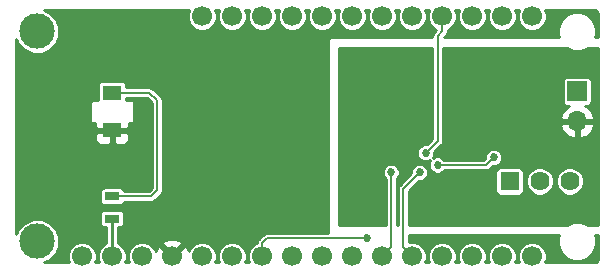
<source format=gbl>
G04 #@! TF.GenerationSoftware,KiCad,Pcbnew,(5.0.0-rc2-dev-444-g2974a2c10)*
G04 #@! TF.CreationDate,2019-07-21T13:12:54-07:00*
G04 #@! TF.ProjectId,Waveform_Generator,57617665666F726D5F47656E65726174,v01*
G04 #@! TF.SameCoordinates,Original*
G04 #@! TF.FileFunction,Copper,L2,Bot,Signal*
G04 #@! TF.FilePolarity,Positive*
%FSLAX46Y46*%
G04 Gerber Fmt 4.6, Leading zero omitted, Abs format (unit mm)*
G04 Created by KiCad (PCBNEW (5.0.0-rc2-dev-444-g2974a2c10)) date 07/21/19 13:12:54*
%MOMM*%
%LPD*%
G01*
G04 APERTURE LIST*
%ADD10R,1.600000X1.200000*%
%ADD11O,1.700000X1.700000*%
%ADD12R,1.700000X1.700000*%
%ADD13C,1.620000*%
%ADD14R,1.620000X1.620000*%
%ADD15C,1.700000*%
%ADD16C,3.000000*%
%ADD17R,1.300000X0.700000*%
%ADD18C,0.685800*%
%ADD19C,0.254000*%
%ADD20C,0.152400*%
G04 APERTURE END LIST*
D10*
X104140000Y-102975000D03*
X104140000Y-106175000D03*
D11*
X143510000Y-105410000D03*
D12*
X143510000Y-102870000D03*
D13*
X142875000Y-110490000D03*
X140335000Y-110490000D03*
D14*
X137795000Y-110490000D03*
D15*
X101600000Y-116840000D03*
X104140000Y-116840000D03*
X106680000Y-116840000D03*
X109220000Y-116840000D03*
X111760000Y-116840000D03*
X114300000Y-116840000D03*
X116840000Y-116840000D03*
X119380000Y-116840000D03*
X121920000Y-116840000D03*
X124460000Y-116840000D03*
X127000000Y-116840000D03*
X129540000Y-116840000D03*
X132080000Y-116840000D03*
X134620000Y-116840000D03*
X137160000Y-116840000D03*
X139700000Y-116840000D03*
X111760000Y-96520000D03*
X114300000Y-96520000D03*
X116840000Y-96520000D03*
X119380000Y-96520000D03*
X121920000Y-96520000D03*
X124460000Y-96520000D03*
X127000000Y-96520000D03*
X129540000Y-96520000D03*
X132080000Y-96520000D03*
X134620000Y-96520000D03*
X137160000Y-96520000D03*
X139700000Y-96520000D03*
D16*
X97790000Y-115570000D03*
X97790000Y-97790000D03*
D17*
X104140000Y-111740000D03*
X104140000Y-113640000D03*
D18*
X131699000Y-109093000D03*
X136445000Y-108458000D03*
X127762000Y-109728000D03*
X130175000Y-109719400D03*
X130683000Y-108072600D03*
X115570000Y-105537000D03*
X120904000Y-98933000D03*
X100330000Y-98933000D03*
X100330000Y-114808000D03*
X115697000Y-114808000D03*
X141605000Y-96520000D03*
X141605000Y-116840000D03*
X128905000Y-99695000D03*
X125603000Y-104902000D03*
X125095000Y-109728000D03*
X125222000Y-112268000D03*
X140335000Y-99695000D03*
X143510000Y-113284000D03*
X133858000Y-107696000D03*
X125730000Y-115316000D03*
D19*
X104140000Y-115637919D02*
X104140000Y-113640000D01*
X104140000Y-116840000D02*
X104140000Y-115637919D01*
D20*
X104942400Y-111740000D02*
X104962400Y-111760000D01*
X104140000Y-111740000D02*
X104942400Y-111740000D01*
X104962400Y-111760000D02*
X107442000Y-111760000D01*
X107442000Y-111760000D02*
X107950000Y-111252000D01*
X107950000Y-111252000D02*
X107950000Y-103632000D01*
X107293000Y-102975000D02*
X104140000Y-102975000D01*
X107950000Y-103632000D02*
X107293000Y-102975000D01*
X127762000Y-116078000D02*
X127000000Y-116840000D01*
X127762000Y-109728000D02*
X127762000Y-116078000D01*
X128778000Y-111116400D02*
X130175000Y-109719400D01*
X129540000Y-116840000D02*
X128778000Y-116078000D01*
X128778000Y-116078000D02*
X128778000Y-111116400D01*
X130683000Y-108072600D02*
X131699000Y-107056600D01*
X131699000Y-107056600D02*
X131699000Y-98171000D01*
X132080000Y-97790000D02*
X132080000Y-96520000D01*
X131699000Y-98171000D02*
X132080000Y-97790000D01*
X135810000Y-109093000D02*
X136445000Y-108458000D01*
X131699000Y-109093000D02*
X135810000Y-109093000D01*
X116840000Y-115697000D02*
X116840000Y-116840000D01*
X117221000Y-115316000D02*
X116840000Y-115697000D01*
X125730000Y-115316000D02*
X117221000Y-115316000D01*
D19*
G36*
X131241800Y-106867221D02*
X130760322Y-107348700D01*
X130539007Y-107348700D01*
X130272944Y-107458907D01*
X130069307Y-107662544D01*
X129959100Y-107928607D01*
X129959100Y-108216593D01*
X130069307Y-108482656D01*
X130272944Y-108686293D01*
X130539007Y-108796500D01*
X130826993Y-108796500D01*
X131082028Y-108690861D01*
X130975100Y-108949007D01*
X130975100Y-109236993D01*
X131085307Y-109503056D01*
X131288944Y-109706693D01*
X131555007Y-109816900D01*
X131842993Y-109816900D01*
X132109056Y-109706693D01*
X132135749Y-109680000D01*
X136596536Y-109680000D01*
X136596536Y-111300000D01*
X136626106Y-111448659D01*
X136710314Y-111574686D01*
X136836341Y-111658894D01*
X136985000Y-111688464D01*
X138605000Y-111688464D01*
X138753659Y-111658894D01*
X138879686Y-111574686D01*
X138963894Y-111448659D01*
X138993464Y-111300000D01*
X138993464Y-110253095D01*
X139144000Y-110253095D01*
X139144000Y-110726905D01*
X139325319Y-111164647D01*
X139660353Y-111499681D01*
X140098095Y-111681000D01*
X140571905Y-111681000D01*
X141009647Y-111499681D01*
X141344681Y-111164647D01*
X141526000Y-110726905D01*
X141526000Y-110253095D01*
X141684000Y-110253095D01*
X141684000Y-110726905D01*
X141865319Y-111164647D01*
X142200353Y-111499681D01*
X142638095Y-111681000D01*
X143111905Y-111681000D01*
X143549647Y-111499681D01*
X143884681Y-111164647D01*
X144066000Y-110726905D01*
X144066000Y-110253095D01*
X143884681Y-109815353D01*
X143549647Y-109480319D01*
X143111905Y-109299000D01*
X142638095Y-109299000D01*
X142200353Y-109480319D01*
X141865319Y-109815353D01*
X141684000Y-110253095D01*
X141526000Y-110253095D01*
X141344681Y-109815353D01*
X141009647Y-109480319D01*
X140571905Y-109299000D01*
X140098095Y-109299000D01*
X139660353Y-109480319D01*
X139325319Y-109815353D01*
X139144000Y-110253095D01*
X138993464Y-110253095D01*
X138993464Y-109680000D01*
X138963894Y-109531341D01*
X138879686Y-109405314D01*
X138753659Y-109321106D01*
X138605000Y-109291536D01*
X136985000Y-109291536D01*
X136836341Y-109321106D01*
X136710314Y-109405314D01*
X136626106Y-109531341D01*
X136596536Y-109680000D01*
X132135749Y-109680000D01*
X132265549Y-109550200D01*
X135764970Y-109550200D01*
X135810000Y-109559157D01*
X135855030Y-109550200D01*
X135988391Y-109523673D01*
X136139623Y-109422623D01*
X136165132Y-109384446D01*
X136367678Y-109181900D01*
X136588993Y-109181900D01*
X136855056Y-109071693D01*
X137058693Y-108868056D01*
X137168900Y-108601993D01*
X137168900Y-108314007D01*
X137058693Y-108047944D01*
X136855056Y-107844307D01*
X136588993Y-107734100D01*
X136301007Y-107734100D01*
X136034944Y-107844307D01*
X135831307Y-108047944D01*
X135721100Y-108314007D01*
X135721100Y-108535322D01*
X135620622Y-108635800D01*
X132265549Y-108635800D01*
X132109056Y-108479307D01*
X131842993Y-108369100D01*
X131555007Y-108369100D01*
X131299972Y-108474739D01*
X131406900Y-108216593D01*
X131406900Y-107995278D01*
X131990449Y-107411730D01*
X132028623Y-107386223D01*
X132129673Y-107234991D01*
X132156200Y-107101630D01*
X132156200Y-107101629D01*
X132165157Y-107056600D01*
X132156200Y-107011570D01*
X132156200Y-105766890D01*
X142068524Y-105766890D01*
X142238355Y-106176924D01*
X142628642Y-106605183D01*
X143153108Y-106851486D01*
X143383000Y-106730819D01*
X143383000Y-105537000D01*
X143637000Y-105537000D01*
X143637000Y-106730819D01*
X143866892Y-106851486D01*
X144391358Y-106605183D01*
X144781645Y-106176924D01*
X144951476Y-105766890D01*
X144830155Y-105537000D01*
X143637000Y-105537000D01*
X143383000Y-105537000D01*
X142189845Y-105537000D01*
X142068524Y-105766890D01*
X132156200Y-105766890D01*
X132156200Y-105053110D01*
X142068524Y-105053110D01*
X142189845Y-105283000D01*
X143383000Y-105283000D01*
X143383000Y-105263000D01*
X143637000Y-105263000D01*
X143637000Y-105283000D01*
X144830155Y-105283000D01*
X144951476Y-105053110D01*
X144781645Y-104643076D01*
X144391358Y-104214817D01*
X144164895Y-104108464D01*
X144360000Y-104108464D01*
X144508659Y-104078894D01*
X144634686Y-103994686D01*
X144718894Y-103868659D01*
X144748464Y-103720000D01*
X144748464Y-102020000D01*
X144718894Y-101871341D01*
X144634686Y-101745314D01*
X144508659Y-101661106D01*
X144360000Y-101631536D01*
X142660000Y-101631536D01*
X142511341Y-101661106D01*
X142385314Y-101745314D01*
X142301106Y-101871341D01*
X142271536Y-102020000D01*
X142271536Y-103720000D01*
X142301106Y-103868659D01*
X142385314Y-103994686D01*
X142511341Y-104078894D01*
X142660000Y-104108464D01*
X142855105Y-104108464D01*
X142628642Y-104214817D01*
X142238355Y-104643076D01*
X142068524Y-105053110D01*
X132156200Y-105053110D01*
X132156200Y-99187000D01*
X142620648Y-99187000D01*
X143185574Y-99421000D01*
X143834426Y-99421000D01*
X144399352Y-99187000D01*
X145288000Y-99187000D01*
X145288000Y-114173000D01*
X144399352Y-114173000D01*
X143834426Y-113939000D01*
X143185574Y-113939000D01*
X142620648Y-114173000D01*
X129235200Y-114173000D01*
X129235200Y-111305778D01*
X130097678Y-110443300D01*
X130318993Y-110443300D01*
X130585056Y-110333093D01*
X130788693Y-110129456D01*
X130898900Y-109863393D01*
X130898900Y-109575407D01*
X130788693Y-109309344D01*
X130585056Y-109105707D01*
X130318993Y-108995500D01*
X130031007Y-108995500D01*
X129764944Y-109105707D01*
X129561307Y-109309344D01*
X129451100Y-109575407D01*
X129451100Y-109796722D01*
X128486552Y-110761270D01*
X128448378Y-110786777D01*
X128422871Y-110824951D01*
X128422870Y-110824952D01*
X128347327Y-110938010D01*
X128311843Y-111116400D01*
X128320801Y-111161435D01*
X128320800Y-114173000D01*
X128219200Y-114173000D01*
X128219200Y-110294549D01*
X128375693Y-110138056D01*
X128485900Y-109871993D01*
X128485900Y-109584007D01*
X128375693Y-109317944D01*
X128172056Y-109114307D01*
X127905993Y-109004100D01*
X127618007Y-109004100D01*
X127351944Y-109114307D01*
X127148307Y-109317944D01*
X127038100Y-109584007D01*
X127038100Y-109871993D01*
X127148307Y-110138056D01*
X127304800Y-110294549D01*
X127304801Y-114173000D01*
X123317000Y-114173000D01*
X123317000Y-99187000D01*
X131241801Y-99187000D01*
X131241800Y-106867221D01*
X131241800Y-106867221D01*
G37*
X131241800Y-106867221D02*
X130760322Y-107348700D01*
X130539007Y-107348700D01*
X130272944Y-107458907D01*
X130069307Y-107662544D01*
X129959100Y-107928607D01*
X129959100Y-108216593D01*
X130069307Y-108482656D01*
X130272944Y-108686293D01*
X130539007Y-108796500D01*
X130826993Y-108796500D01*
X131082028Y-108690861D01*
X130975100Y-108949007D01*
X130975100Y-109236993D01*
X131085307Y-109503056D01*
X131288944Y-109706693D01*
X131555007Y-109816900D01*
X131842993Y-109816900D01*
X132109056Y-109706693D01*
X132135749Y-109680000D01*
X136596536Y-109680000D01*
X136596536Y-111300000D01*
X136626106Y-111448659D01*
X136710314Y-111574686D01*
X136836341Y-111658894D01*
X136985000Y-111688464D01*
X138605000Y-111688464D01*
X138753659Y-111658894D01*
X138879686Y-111574686D01*
X138963894Y-111448659D01*
X138993464Y-111300000D01*
X138993464Y-110253095D01*
X139144000Y-110253095D01*
X139144000Y-110726905D01*
X139325319Y-111164647D01*
X139660353Y-111499681D01*
X140098095Y-111681000D01*
X140571905Y-111681000D01*
X141009647Y-111499681D01*
X141344681Y-111164647D01*
X141526000Y-110726905D01*
X141526000Y-110253095D01*
X141684000Y-110253095D01*
X141684000Y-110726905D01*
X141865319Y-111164647D01*
X142200353Y-111499681D01*
X142638095Y-111681000D01*
X143111905Y-111681000D01*
X143549647Y-111499681D01*
X143884681Y-111164647D01*
X144066000Y-110726905D01*
X144066000Y-110253095D01*
X143884681Y-109815353D01*
X143549647Y-109480319D01*
X143111905Y-109299000D01*
X142638095Y-109299000D01*
X142200353Y-109480319D01*
X141865319Y-109815353D01*
X141684000Y-110253095D01*
X141526000Y-110253095D01*
X141344681Y-109815353D01*
X141009647Y-109480319D01*
X140571905Y-109299000D01*
X140098095Y-109299000D01*
X139660353Y-109480319D01*
X139325319Y-109815353D01*
X139144000Y-110253095D01*
X138993464Y-110253095D01*
X138993464Y-109680000D01*
X138963894Y-109531341D01*
X138879686Y-109405314D01*
X138753659Y-109321106D01*
X138605000Y-109291536D01*
X136985000Y-109291536D01*
X136836341Y-109321106D01*
X136710314Y-109405314D01*
X136626106Y-109531341D01*
X136596536Y-109680000D01*
X132135749Y-109680000D01*
X132265549Y-109550200D01*
X135764970Y-109550200D01*
X135810000Y-109559157D01*
X135855030Y-109550200D01*
X135988391Y-109523673D01*
X136139623Y-109422623D01*
X136165132Y-109384446D01*
X136367678Y-109181900D01*
X136588993Y-109181900D01*
X136855056Y-109071693D01*
X137058693Y-108868056D01*
X137168900Y-108601993D01*
X137168900Y-108314007D01*
X137058693Y-108047944D01*
X136855056Y-107844307D01*
X136588993Y-107734100D01*
X136301007Y-107734100D01*
X136034944Y-107844307D01*
X135831307Y-108047944D01*
X135721100Y-108314007D01*
X135721100Y-108535322D01*
X135620622Y-108635800D01*
X132265549Y-108635800D01*
X132109056Y-108479307D01*
X131842993Y-108369100D01*
X131555007Y-108369100D01*
X131299972Y-108474739D01*
X131406900Y-108216593D01*
X131406900Y-107995278D01*
X131990449Y-107411730D01*
X132028623Y-107386223D01*
X132129673Y-107234991D01*
X132156200Y-107101630D01*
X132156200Y-107101629D01*
X132165157Y-107056600D01*
X132156200Y-107011570D01*
X132156200Y-105766890D01*
X142068524Y-105766890D01*
X142238355Y-106176924D01*
X142628642Y-106605183D01*
X143153108Y-106851486D01*
X143383000Y-106730819D01*
X143383000Y-105537000D01*
X143637000Y-105537000D01*
X143637000Y-106730819D01*
X143866892Y-106851486D01*
X144391358Y-106605183D01*
X144781645Y-106176924D01*
X144951476Y-105766890D01*
X144830155Y-105537000D01*
X143637000Y-105537000D01*
X143383000Y-105537000D01*
X142189845Y-105537000D01*
X142068524Y-105766890D01*
X132156200Y-105766890D01*
X132156200Y-105053110D01*
X142068524Y-105053110D01*
X142189845Y-105283000D01*
X143383000Y-105283000D01*
X143383000Y-105263000D01*
X143637000Y-105263000D01*
X143637000Y-105283000D01*
X144830155Y-105283000D01*
X144951476Y-105053110D01*
X144781645Y-104643076D01*
X144391358Y-104214817D01*
X144164895Y-104108464D01*
X144360000Y-104108464D01*
X144508659Y-104078894D01*
X144634686Y-103994686D01*
X144718894Y-103868659D01*
X144748464Y-103720000D01*
X144748464Y-102020000D01*
X144718894Y-101871341D01*
X144634686Y-101745314D01*
X144508659Y-101661106D01*
X144360000Y-101631536D01*
X142660000Y-101631536D01*
X142511341Y-101661106D01*
X142385314Y-101745314D01*
X142301106Y-101871341D01*
X142271536Y-102020000D01*
X142271536Y-103720000D01*
X142301106Y-103868659D01*
X142385314Y-103994686D01*
X142511341Y-104078894D01*
X142660000Y-104108464D01*
X142855105Y-104108464D01*
X142628642Y-104214817D01*
X142238355Y-104643076D01*
X142068524Y-105053110D01*
X132156200Y-105053110D01*
X132156200Y-99187000D01*
X142620648Y-99187000D01*
X143185574Y-99421000D01*
X143834426Y-99421000D01*
X144399352Y-99187000D01*
X145288000Y-99187000D01*
X145288000Y-114173000D01*
X144399352Y-114173000D01*
X143834426Y-113939000D01*
X143185574Y-113939000D01*
X142620648Y-114173000D01*
X129235200Y-114173000D01*
X129235200Y-111305778D01*
X130097678Y-110443300D01*
X130318993Y-110443300D01*
X130585056Y-110333093D01*
X130788693Y-110129456D01*
X130898900Y-109863393D01*
X130898900Y-109575407D01*
X130788693Y-109309344D01*
X130585056Y-109105707D01*
X130318993Y-108995500D01*
X130031007Y-108995500D01*
X129764944Y-109105707D01*
X129561307Y-109309344D01*
X129451100Y-109575407D01*
X129451100Y-109796722D01*
X128486552Y-110761270D01*
X128448378Y-110786777D01*
X128422871Y-110824951D01*
X128422870Y-110824952D01*
X128347327Y-110938010D01*
X128311843Y-111116400D01*
X128320801Y-111161435D01*
X128320800Y-114173000D01*
X128219200Y-114173000D01*
X128219200Y-110294549D01*
X128375693Y-110138056D01*
X128485900Y-109871993D01*
X128485900Y-109584007D01*
X128375693Y-109317944D01*
X128172056Y-109114307D01*
X127905993Y-109004100D01*
X127618007Y-109004100D01*
X127351944Y-109114307D01*
X127148307Y-109317944D01*
X127038100Y-109584007D01*
X127038100Y-109871993D01*
X127148307Y-110138056D01*
X127304800Y-110294549D01*
X127304801Y-114173000D01*
X123317000Y-114173000D01*
X123317000Y-99187000D01*
X131241801Y-99187000D01*
X131241800Y-106867221D01*
G36*
X141879000Y-115245574D02*
X141879000Y-115894426D01*
X142127305Y-116493887D01*
X142586113Y-116952695D01*
X143185574Y-117201000D01*
X143834426Y-117201000D01*
X144433887Y-116952695D01*
X144892695Y-116493887D01*
X145141000Y-115894426D01*
X145141000Y-115245574D01*
X145064961Y-115062000D01*
X145288000Y-115062000D01*
X145288000Y-117107113D01*
X145111080Y-117312439D01*
X145056216Y-117348000D01*
X140822005Y-117348000D01*
X140931000Y-117084861D01*
X140931000Y-116595139D01*
X140743592Y-116142694D01*
X140397306Y-115796408D01*
X139944861Y-115609000D01*
X139455139Y-115609000D01*
X139002694Y-115796408D01*
X138656408Y-116142694D01*
X138469000Y-116595139D01*
X138469000Y-117084861D01*
X138577995Y-117348000D01*
X138282005Y-117348000D01*
X138391000Y-117084861D01*
X138391000Y-116595139D01*
X138203592Y-116142694D01*
X137857306Y-115796408D01*
X137404861Y-115609000D01*
X136915139Y-115609000D01*
X136462694Y-115796408D01*
X136116408Y-116142694D01*
X135929000Y-116595139D01*
X135929000Y-117084861D01*
X136037995Y-117348000D01*
X135742005Y-117348000D01*
X135851000Y-117084861D01*
X135851000Y-116595139D01*
X135663592Y-116142694D01*
X135317306Y-115796408D01*
X134864861Y-115609000D01*
X134375139Y-115609000D01*
X133922694Y-115796408D01*
X133576408Y-116142694D01*
X133389000Y-116595139D01*
X133389000Y-117084861D01*
X133497995Y-117348000D01*
X133202005Y-117348000D01*
X133311000Y-117084861D01*
X133311000Y-116595139D01*
X133123592Y-116142694D01*
X132777306Y-115796408D01*
X132324861Y-115609000D01*
X131835139Y-115609000D01*
X131382694Y-115796408D01*
X131036408Y-116142694D01*
X130849000Y-116595139D01*
X130849000Y-117084861D01*
X130957995Y-117348000D01*
X130662005Y-117348000D01*
X130771000Y-117084861D01*
X130771000Y-116595139D01*
X130583592Y-116142694D01*
X130237306Y-115796408D01*
X129784861Y-115609000D01*
X129295139Y-115609000D01*
X129235200Y-115633827D01*
X129235200Y-115062000D01*
X141955039Y-115062000D01*
X141879000Y-115245574D01*
X141879000Y-115245574D01*
G37*
X141879000Y-115245574D02*
X141879000Y-115894426D01*
X142127305Y-116493887D01*
X142586113Y-116952695D01*
X143185574Y-117201000D01*
X143834426Y-117201000D01*
X144433887Y-116952695D01*
X144892695Y-116493887D01*
X145141000Y-115894426D01*
X145141000Y-115245574D01*
X145064961Y-115062000D01*
X145288000Y-115062000D01*
X145288000Y-117107113D01*
X145111080Y-117312439D01*
X145056216Y-117348000D01*
X140822005Y-117348000D01*
X140931000Y-117084861D01*
X140931000Y-116595139D01*
X140743592Y-116142694D01*
X140397306Y-115796408D01*
X139944861Y-115609000D01*
X139455139Y-115609000D01*
X139002694Y-115796408D01*
X138656408Y-116142694D01*
X138469000Y-116595139D01*
X138469000Y-117084861D01*
X138577995Y-117348000D01*
X138282005Y-117348000D01*
X138391000Y-117084861D01*
X138391000Y-116595139D01*
X138203592Y-116142694D01*
X137857306Y-115796408D01*
X137404861Y-115609000D01*
X136915139Y-115609000D01*
X136462694Y-115796408D01*
X136116408Y-116142694D01*
X135929000Y-116595139D01*
X135929000Y-117084861D01*
X136037995Y-117348000D01*
X135742005Y-117348000D01*
X135851000Y-117084861D01*
X135851000Y-116595139D01*
X135663592Y-116142694D01*
X135317306Y-115796408D01*
X134864861Y-115609000D01*
X134375139Y-115609000D01*
X133922694Y-115796408D01*
X133576408Y-116142694D01*
X133389000Y-116595139D01*
X133389000Y-117084861D01*
X133497995Y-117348000D01*
X133202005Y-117348000D01*
X133311000Y-117084861D01*
X133311000Y-116595139D01*
X133123592Y-116142694D01*
X132777306Y-115796408D01*
X132324861Y-115609000D01*
X131835139Y-115609000D01*
X131382694Y-115796408D01*
X131036408Y-116142694D01*
X130849000Y-116595139D01*
X130849000Y-117084861D01*
X130957995Y-117348000D01*
X130662005Y-117348000D01*
X130771000Y-117084861D01*
X130771000Y-116595139D01*
X130583592Y-116142694D01*
X130237306Y-115796408D01*
X129784861Y-115609000D01*
X129295139Y-115609000D01*
X129235200Y-115633827D01*
X129235200Y-115062000D01*
X141955039Y-115062000D01*
X141879000Y-115245574D01*
G36*
X110529000Y-96275139D02*
X110529000Y-96764861D01*
X110716408Y-97217306D01*
X111062694Y-97563592D01*
X111515139Y-97751000D01*
X112004861Y-97751000D01*
X112457306Y-97563592D01*
X112803592Y-97217306D01*
X112991000Y-96764861D01*
X112991000Y-96275139D01*
X112882005Y-96012000D01*
X113177995Y-96012000D01*
X113069000Y-96275139D01*
X113069000Y-96764861D01*
X113256408Y-97217306D01*
X113602694Y-97563592D01*
X114055139Y-97751000D01*
X114544861Y-97751000D01*
X114997306Y-97563592D01*
X115343592Y-97217306D01*
X115531000Y-96764861D01*
X115531000Y-96275139D01*
X115422005Y-96012000D01*
X115717995Y-96012000D01*
X115609000Y-96275139D01*
X115609000Y-96764861D01*
X115796408Y-97217306D01*
X116142694Y-97563592D01*
X116595139Y-97751000D01*
X117084861Y-97751000D01*
X117537306Y-97563592D01*
X117883592Y-97217306D01*
X118071000Y-96764861D01*
X118071000Y-96275139D01*
X117962005Y-96012000D01*
X118257995Y-96012000D01*
X118149000Y-96275139D01*
X118149000Y-96764861D01*
X118336408Y-97217306D01*
X118682694Y-97563592D01*
X119135139Y-97751000D01*
X119624861Y-97751000D01*
X120077306Y-97563592D01*
X120423592Y-97217306D01*
X120611000Y-96764861D01*
X120611000Y-96275139D01*
X120502005Y-96012000D01*
X120797995Y-96012000D01*
X120689000Y-96275139D01*
X120689000Y-96764861D01*
X120876408Y-97217306D01*
X121222694Y-97563592D01*
X121675139Y-97751000D01*
X122164861Y-97751000D01*
X122617306Y-97563592D01*
X122963592Y-97217306D01*
X123151000Y-96764861D01*
X123151000Y-96275139D01*
X123042005Y-96012000D01*
X123337995Y-96012000D01*
X123229000Y-96275139D01*
X123229000Y-96764861D01*
X123416408Y-97217306D01*
X123762694Y-97563592D01*
X124215139Y-97751000D01*
X124704861Y-97751000D01*
X125157306Y-97563592D01*
X125503592Y-97217306D01*
X125691000Y-96764861D01*
X125691000Y-96275139D01*
X125582005Y-96012000D01*
X125877995Y-96012000D01*
X125769000Y-96275139D01*
X125769000Y-96764861D01*
X125956408Y-97217306D01*
X126302694Y-97563592D01*
X126755139Y-97751000D01*
X127244861Y-97751000D01*
X127697306Y-97563592D01*
X128043592Y-97217306D01*
X128231000Y-96764861D01*
X128231000Y-96275139D01*
X128122005Y-96012000D01*
X128417995Y-96012000D01*
X128309000Y-96275139D01*
X128309000Y-96764861D01*
X128496408Y-97217306D01*
X128842694Y-97563592D01*
X129295139Y-97751000D01*
X129784861Y-97751000D01*
X130237306Y-97563592D01*
X130583592Y-97217306D01*
X130771000Y-96764861D01*
X130771000Y-96275139D01*
X130662005Y-96012000D01*
X130957995Y-96012000D01*
X130849000Y-96275139D01*
X130849000Y-96764861D01*
X131036408Y-97217306D01*
X131382694Y-97563592D01*
X131578659Y-97644763D01*
X131407552Y-97815870D01*
X131369378Y-97841377D01*
X131343871Y-97879551D01*
X131343870Y-97879552D01*
X131268327Y-97992610D01*
X131232843Y-98171000D01*
X131241801Y-98216035D01*
X131241801Y-98298000D01*
X122555000Y-98298000D01*
X122506399Y-98307667D01*
X122465197Y-98335197D01*
X122437667Y-98376399D01*
X122428000Y-98425000D01*
X122428000Y-114858800D01*
X117266029Y-114858800D01*
X117220999Y-114849843D01*
X117042609Y-114885327D01*
X116891377Y-114986377D01*
X116865868Y-115024554D01*
X116548554Y-115341868D01*
X116510377Y-115367377D01*
X116425510Y-115494391D01*
X116409327Y-115518610D01*
X116373843Y-115697000D01*
X116374516Y-115700385D01*
X116142694Y-115796408D01*
X115796408Y-116142694D01*
X115609000Y-116595139D01*
X115609000Y-117084861D01*
X115717995Y-117348000D01*
X115422005Y-117348000D01*
X115531000Y-117084861D01*
X115531000Y-116595139D01*
X115343592Y-116142694D01*
X114997306Y-115796408D01*
X114544861Y-115609000D01*
X114055139Y-115609000D01*
X113602694Y-115796408D01*
X113256408Y-116142694D01*
X113069000Y-116595139D01*
X113069000Y-117084861D01*
X113177995Y-117348000D01*
X112882005Y-117348000D01*
X112991000Y-117084861D01*
X112991000Y-116595139D01*
X112803592Y-116142694D01*
X112457306Y-115796408D01*
X112004861Y-115609000D01*
X111515139Y-115609000D01*
X111062694Y-115796408D01*
X110716408Y-116142694D01*
X110633805Y-116342116D01*
X110515259Y-116055920D01*
X110263958Y-115975647D01*
X109399605Y-116840000D01*
X109413748Y-116854143D01*
X109234143Y-117033748D01*
X109220000Y-117019605D01*
X109205858Y-117033748D01*
X109026253Y-116854143D01*
X109040395Y-116840000D01*
X108176042Y-115975647D01*
X107924741Y-116055920D01*
X107814046Y-116361071D01*
X107723592Y-116142694D01*
X107377306Y-115796408D01*
X107376423Y-115796042D01*
X108355647Y-115796042D01*
X109220000Y-116660395D01*
X110084353Y-115796042D01*
X110004080Y-115544741D01*
X109448721Y-115343282D01*
X108858542Y-115369685D01*
X108435920Y-115544741D01*
X108355647Y-115796042D01*
X107376423Y-115796042D01*
X106924861Y-115609000D01*
X106435139Y-115609000D01*
X105982694Y-115796408D01*
X105636408Y-116142694D01*
X105449000Y-116595139D01*
X105449000Y-117084861D01*
X105557995Y-117348000D01*
X105262005Y-117348000D01*
X105371000Y-117084861D01*
X105371000Y-116595139D01*
X105183592Y-116142694D01*
X104837306Y-115796408D01*
X104648000Y-115717995D01*
X104648000Y-114378464D01*
X104790000Y-114378464D01*
X104938659Y-114348894D01*
X105064686Y-114264686D01*
X105148894Y-114138659D01*
X105178464Y-113990000D01*
X105178464Y-113290000D01*
X105148894Y-113141341D01*
X105064686Y-113015314D01*
X104938659Y-112931106D01*
X104790000Y-112901536D01*
X103490000Y-112901536D01*
X103341341Y-112931106D01*
X103215314Y-113015314D01*
X103131106Y-113141341D01*
X103101536Y-113290000D01*
X103101536Y-113990000D01*
X103131106Y-114138659D01*
X103215314Y-114264686D01*
X103341341Y-114348894D01*
X103490000Y-114378464D01*
X103632001Y-114378464D01*
X103632000Y-115687950D01*
X103632001Y-115687955D01*
X103632001Y-115717995D01*
X103442694Y-115796408D01*
X103096408Y-116142694D01*
X102909000Y-116595139D01*
X102909000Y-117084861D01*
X103017995Y-117348000D01*
X102722005Y-117348000D01*
X102831000Y-117084861D01*
X102831000Y-116595139D01*
X102643592Y-116142694D01*
X102297306Y-115796408D01*
X101844861Y-115609000D01*
X101355139Y-115609000D01*
X100902694Y-115796408D01*
X100556408Y-116142694D01*
X100369000Y-116595139D01*
X100369000Y-117084861D01*
X100477995Y-117348000D01*
X98412818Y-117348000D01*
X98855501Y-117164635D01*
X99384635Y-116635501D01*
X99671000Y-115944154D01*
X99671000Y-115195846D01*
X99384635Y-114504499D01*
X98855501Y-113975365D01*
X98164154Y-113689000D01*
X97415846Y-113689000D01*
X96724499Y-113975365D01*
X96195365Y-114504499D01*
X96012000Y-114947182D01*
X96012000Y-106460750D01*
X102705000Y-106460750D01*
X102705000Y-106901310D01*
X102801673Y-107134699D01*
X102980302Y-107313327D01*
X103213691Y-107410000D01*
X103854250Y-107410000D01*
X104013000Y-107251250D01*
X104013000Y-106302000D01*
X104267000Y-106302000D01*
X104267000Y-107251250D01*
X104425750Y-107410000D01*
X105066309Y-107410000D01*
X105299698Y-107313327D01*
X105478327Y-107134699D01*
X105575000Y-106901310D01*
X105575000Y-106460750D01*
X105416250Y-106302000D01*
X104267000Y-106302000D01*
X104013000Y-106302000D01*
X102863750Y-106302000D01*
X102705000Y-106460750D01*
X96012000Y-106460750D01*
X96012000Y-103825000D01*
X102273000Y-103825000D01*
X102273000Y-105425000D01*
X102282667Y-105473601D01*
X102310197Y-105514803D01*
X102351399Y-105542333D01*
X102400000Y-105552000D01*
X102705000Y-105552000D01*
X102705000Y-105889250D01*
X102863750Y-106048000D01*
X104013000Y-106048000D01*
X104013000Y-106028000D01*
X104267000Y-106028000D01*
X104267000Y-106048000D01*
X105416250Y-106048000D01*
X105575000Y-105889250D01*
X105575000Y-105552000D01*
X105875000Y-105552000D01*
X105923601Y-105542333D01*
X105964803Y-105514803D01*
X105992333Y-105473601D01*
X106002000Y-105425000D01*
X106002000Y-103800000D01*
X105992333Y-103751399D01*
X105964803Y-103710197D01*
X105889803Y-103635197D01*
X105848601Y-103607667D01*
X105800000Y-103598000D01*
X105323889Y-103598000D01*
X105328464Y-103575000D01*
X105328464Y-103432200D01*
X107103622Y-103432200D01*
X107492801Y-103821380D01*
X107492800Y-111062622D01*
X107252622Y-111302800D01*
X105161119Y-111302800D01*
X105148894Y-111241341D01*
X105064686Y-111115314D01*
X104938659Y-111031106D01*
X104790000Y-111001536D01*
X103490000Y-111001536D01*
X103341341Y-111031106D01*
X103215314Y-111115314D01*
X103131106Y-111241341D01*
X103101536Y-111390000D01*
X103101536Y-112090000D01*
X103131106Y-112238659D01*
X103215314Y-112364686D01*
X103341341Y-112448894D01*
X103490000Y-112478464D01*
X104790000Y-112478464D01*
X104938659Y-112448894D01*
X105064686Y-112364686D01*
X105148894Y-112238659D01*
X105153162Y-112217200D01*
X107396970Y-112217200D01*
X107442000Y-112226157D01*
X107487030Y-112217200D01*
X107620391Y-112190673D01*
X107771623Y-112089623D01*
X107797132Y-112051446D01*
X108241446Y-111607132D01*
X108279623Y-111581623D01*
X108380673Y-111430391D01*
X108407200Y-111297030D01*
X108407200Y-111297026D01*
X108416156Y-111252001D01*
X108407200Y-111206976D01*
X108407200Y-103677029D01*
X108416157Y-103631999D01*
X108380673Y-103453609D01*
X108305130Y-103340551D01*
X108279623Y-103302377D01*
X108241449Y-103276870D01*
X107648132Y-102683554D01*
X107622623Y-102645377D01*
X107471391Y-102544327D01*
X107338030Y-102517800D01*
X107293000Y-102508843D01*
X107247970Y-102517800D01*
X105328464Y-102517800D01*
X105328464Y-102375000D01*
X105298894Y-102226341D01*
X105214686Y-102100314D01*
X105088659Y-102016106D01*
X104940000Y-101986536D01*
X103340000Y-101986536D01*
X103191341Y-102016106D01*
X103065314Y-102100314D01*
X102981106Y-102226341D01*
X102951536Y-102375000D01*
X102951536Y-103575000D01*
X102956111Y-103598000D01*
X102500000Y-103598000D01*
X102451399Y-103607667D01*
X102410197Y-103635197D01*
X102310197Y-103735197D01*
X102282667Y-103776399D01*
X102273000Y-103825000D01*
X96012000Y-103825000D01*
X96012000Y-98412818D01*
X96195365Y-98855501D01*
X96724499Y-99384635D01*
X97415846Y-99671000D01*
X98164154Y-99671000D01*
X98855501Y-99384635D01*
X99384635Y-98855501D01*
X99671000Y-98164154D01*
X99671000Y-97415846D01*
X99384635Y-96724499D01*
X98855501Y-96195365D01*
X98412818Y-96012000D01*
X110637995Y-96012000D01*
X110529000Y-96275139D01*
X110529000Y-96275139D01*
G37*
X110529000Y-96275139D02*
X110529000Y-96764861D01*
X110716408Y-97217306D01*
X111062694Y-97563592D01*
X111515139Y-97751000D01*
X112004861Y-97751000D01*
X112457306Y-97563592D01*
X112803592Y-97217306D01*
X112991000Y-96764861D01*
X112991000Y-96275139D01*
X112882005Y-96012000D01*
X113177995Y-96012000D01*
X113069000Y-96275139D01*
X113069000Y-96764861D01*
X113256408Y-97217306D01*
X113602694Y-97563592D01*
X114055139Y-97751000D01*
X114544861Y-97751000D01*
X114997306Y-97563592D01*
X115343592Y-97217306D01*
X115531000Y-96764861D01*
X115531000Y-96275139D01*
X115422005Y-96012000D01*
X115717995Y-96012000D01*
X115609000Y-96275139D01*
X115609000Y-96764861D01*
X115796408Y-97217306D01*
X116142694Y-97563592D01*
X116595139Y-97751000D01*
X117084861Y-97751000D01*
X117537306Y-97563592D01*
X117883592Y-97217306D01*
X118071000Y-96764861D01*
X118071000Y-96275139D01*
X117962005Y-96012000D01*
X118257995Y-96012000D01*
X118149000Y-96275139D01*
X118149000Y-96764861D01*
X118336408Y-97217306D01*
X118682694Y-97563592D01*
X119135139Y-97751000D01*
X119624861Y-97751000D01*
X120077306Y-97563592D01*
X120423592Y-97217306D01*
X120611000Y-96764861D01*
X120611000Y-96275139D01*
X120502005Y-96012000D01*
X120797995Y-96012000D01*
X120689000Y-96275139D01*
X120689000Y-96764861D01*
X120876408Y-97217306D01*
X121222694Y-97563592D01*
X121675139Y-97751000D01*
X122164861Y-97751000D01*
X122617306Y-97563592D01*
X122963592Y-97217306D01*
X123151000Y-96764861D01*
X123151000Y-96275139D01*
X123042005Y-96012000D01*
X123337995Y-96012000D01*
X123229000Y-96275139D01*
X123229000Y-96764861D01*
X123416408Y-97217306D01*
X123762694Y-97563592D01*
X124215139Y-97751000D01*
X124704861Y-97751000D01*
X125157306Y-97563592D01*
X125503592Y-97217306D01*
X125691000Y-96764861D01*
X125691000Y-96275139D01*
X125582005Y-96012000D01*
X125877995Y-96012000D01*
X125769000Y-96275139D01*
X125769000Y-96764861D01*
X125956408Y-97217306D01*
X126302694Y-97563592D01*
X126755139Y-97751000D01*
X127244861Y-97751000D01*
X127697306Y-97563592D01*
X128043592Y-97217306D01*
X128231000Y-96764861D01*
X128231000Y-96275139D01*
X128122005Y-96012000D01*
X128417995Y-96012000D01*
X128309000Y-96275139D01*
X128309000Y-96764861D01*
X128496408Y-97217306D01*
X128842694Y-97563592D01*
X129295139Y-97751000D01*
X129784861Y-97751000D01*
X130237306Y-97563592D01*
X130583592Y-97217306D01*
X130771000Y-96764861D01*
X130771000Y-96275139D01*
X130662005Y-96012000D01*
X130957995Y-96012000D01*
X130849000Y-96275139D01*
X130849000Y-96764861D01*
X131036408Y-97217306D01*
X131382694Y-97563592D01*
X131578659Y-97644763D01*
X131407552Y-97815870D01*
X131369378Y-97841377D01*
X131343871Y-97879551D01*
X131343870Y-97879552D01*
X131268327Y-97992610D01*
X131232843Y-98171000D01*
X131241801Y-98216035D01*
X131241801Y-98298000D01*
X122555000Y-98298000D01*
X122506399Y-98307667D01*
X122465197Y-98335197D01*
X122437667Y-98376399D01*
X122428000Y-98425000D01*
X122428000Y-114858800D01*
X117266029Y-114858800D01*
X117220999Y-114849843D01*
X117042609Y-114885327D01*
X116891377Y-114986377D01*
X116865868Y-115024554D01*
X116548554Y-115341868D01*
X116510377Y-115367377D01*
X116425510Y-115494391D01*
X116409327Y-115518610D01*
X116373843Y-115697000D01*
X116374516Y-115700385D01*
X116142694Y-115796408D01*
X115796408Y-116142694D01*
X115609000Y-116595139D01*
X115609000Y-117084861D01*
X115717995Y-117348000D01*
X115422005Y-117348000D01*
X115531000Y-117084861D01*
X115531000Y-116595139D01*
X115343592Y-116142694D01*
X114997306Y-115796408D01*
X114544861Y-115609000D01*
X114055139Y-115609000D01*
X113602694Y-115796408D01*
X113256408Y-116142694D01*
X113069000Y-116595139D01*
X113069000Y-117084861D01*
X113177995Y-117348000D01*
X112882005Y-117348000D01*
X112991000Y-117084861D01*
X112991000Y-116595139D01*
X112803592Y-116142694D01*
X112457306Y-115796408D01*
X112004861Y-115609000D01*
X111515139Y-115609000D01*
X111062694Y-115796408D01*
X110716408Y-116142694D01*
X110633805Y-116342116D01*
X110515259Y-116055920D01*
X110263958Y-115975647D01*
X109399605Y-116840000D01*
X109413748Y-116854143D01*
X109234143Y-117033748D01*
X109220000Y-117019605D01*
X109205858Y-117033748D01*
X109026253Y-116854143D01*
X109040395Y-116840000D01*
X108176042Y-115975647D01*
X107924741Y-116055920D01*
X107814046Y-116361071D01*
X107723592Y-116142694D01*
X107377306Y-115796408D01*
X107376423Y-115796042D01*
X108355647Y-115796042D01*
X109220000Y-116660395D01*
X110084353Y-115796042D01*
X110004080Y-115544741D01*
X109448721Y-115343282D01*
X108858542Y-115369685D01*
X108435920Y-115544741D01*
X108355647Y-115796042D01*
X107376423Y-115796042D01*
X106924861Y-115609000D01*
X106435139Y-115609000D01*
X105982694Y-115796408D01*
X105636408Y-116142694D01*
X105449000Y-116595139D01*
X105449000Y-117084861D01*
X105557995Y-117348000D01*
X105262005Y-117348000D01*
X105371000Y-117084861D01*
X105371000Y-116595139D01*
X105183592Y-116142694D01*
X104837306Y-115796408D01*
X104648000Y-115717995D01*
X104648000Y-114378464D01*
X104790000Y-114378464D01*
X104938659Y-114348894D01*
X105064686Y-114264686D01*
X105148894Y-114138659D01*
X105178464Y-113990000D01*
X105178464Y-113290000D01*
X105148894Y-113141341D01*
X105064686Y-113015314D01*
X104938659Y-112931106D01*
X104790000Y-112901536D01*
X103490000Y-112901536D01*
X103341341Y-112931106D01*
X103215314Y-113015314D01*
X103131106Y-113141341D01*
X103101536Y-113290000D01*
X103101536Y-113990000D01*
X103131106Y-114138659D01*
X103215314Y-114264686D01*
X103341341Y-114348894D01*
X103490000Y-114378464D01*
X103632001Y-114378464D01*
X103632000Y-115687950D01*
X103632001Y-115687955D01*
X103632001Y-115717995D01*
X103442694Y-115796408D01*
X103096408Y-116142694D01*
X102909000Y-116595139D01*
X102909000Y-117084861D01*
X103017995Y-117348000D01*
X102722005Y-117348000D01*
X102831000Y-117084861D01*
X102831000Y-116595139D01*
X102643592Y-116142694D01*
X102297306Y-115796408D01*
X101844861Y-115609000D01*
X101355139Y-115609000D01*
X100902694Y-115796408D01*
X100556408Y-116142694D01*
X100369000Y-116595139D01*
X100369000Y-117084861D01*
X100477995Y-117348000D01*
X98412818Y-117348000D01*
X98855501Y-117164635D01*
X99384635Y-116635501D01*
X99671000Y-115944154D01*
X99671000Y-115195846D01*
X99384635Y-114504499D01*
X98855501Y-113975365D01*
X98164154Y-113689000D01*
X97415846Y-113689000D01*
X96724499Y-113975365D01*
X96195365Y-114504499D01*
X96012000Y-114947182D01*
X96012000Y-106460750D01*
X102705000Y-106460750D01*
X102705000Y-106901310D01*
X102801673Y-107134699D01*
X102980302Y-107313327D01*
X103213691Y-107410000D01*
X103854250Y-107410000D01*
X104013000Y-107251250D01*
X104013000Y-106302000D01*
X104267000Y-106302000D01*
X104267000Y-107251250D01*
X104425750Y-107410000D01*
X105066309Y-107410000D01*
X105299698Y-107313327D01*
X105478327Y-107134699D01*
X105575000Y-106901310D01*
X105575000Y-106460750D01*
X105416250Y-106302000D01*
X104267000Y-106302000D01*
X104013000Y-106302000D01*
X102863750Y-106302000D01*
X102705000Y-106460750D01*
X96012000Y-106460750D01*
X96012000Y-103825000D01*
X102273000Y-103825000D01*
X102273000Y-105425000D01*
X102282667Y-105473601D01*
X102310197Y-105514803D01*
X102351399Y-105542333D01*
X102400000Y-105552000D01*
X102705000Y-105552000D01*
X102705000Y-105889250D01*
X102863750Y-106048000D01*
X104013000Y-106048000D01*
X104013000Y-106028000D01*
X104267000Y-106028000D01*
X104267000Y-106048000D01*
X105416250Y-106048000D01*
X105575000Y-105889250D01*
X105575000Y-105552000D01*
X105875000Y-105552000D01*
X105923601Y-105542333D01*
X105964803Y-105514803D01*
X105992333Y-105473601D01*
X106002000Y-105425000D01*
X106002000Y-103800000D01*
X105992333Y-103751399D01*
X105964803Y-103710197D01*
X105889803Y-103635197D01*
X105848601Y-103607667D01*
X105800000Y-103598000D01*
X105323889Y-103598000D01*
X105328464Y-103575000D01*
X105328464Y-103432200D01*
X107103622Y-103432200D01*
X107492801Y-103821380D01*
X107492800Y-111062622D01*
X107252622Y-111302800D01*
X105161119Y-111302800D01*
X105148894Y-111241341D01*
X105064686Y-111115314D01*
X104938659Y-111031106D01*
X104790000Y-111001536D01*
X103490000Y-111001536D01*
X103341341Y-111031106D01*
X103215314Y-111115314D01*
X103131106Y-111241341D01*
X103101536Y-111390000D01*
X103101536Y-112090000D01*
X103131106Y-112238659D01*
X103215314Y-112364686D01*
X103341341Y-112448894D01*
X103490000Y-112478464D01*
X104790000Y-112478464D01*
X104938659Y-112448894D01*
X105064686Y-112364686D01*
X105148894Y-112238659D01*
X105153162Y-112217200D01*
X107396970Y-112217200D01*
X107442000Y-112226157D01*
X107487030Y-112217200D01*
X107620391Y-112190673D01*
X107771623Y-112089623D01*
X107797132Y-112051446D01*
X108241446Y-111607132D01*
X108279623Y-111581623D01*
X108380673Y-111430391D01*
X108407200Y-111297030D01*
X108407200Y-111297026D01*
X108416156Y-111252001D01*
X108407200Y-111206976D01*
X108407200Y-103677029D01*
X108416157Y-103631999D01*
X108380673Y-103453609D01*
X108305130Y-103340551D01*
X108279623Y-103302377D01*
X108241449Y-103276870D01*
X107648132Y-102683554D01*
X107622623Y-102645377D01*
X107471391Y-102544327D01*
X107338030Y-102517800D01*
X107293000Y-102508843D01*
X107247970Y-102517800D01*
X105328464Y-102517800D01*
X105328464Y-102375000D01*
X105298894Y-102226341D01*
X105214686Y-102100314D01*
X105088659Y-102016106D01*
X104940000Y-101986536D01*
X103340000Y-101986536D01*
X103191341Y-102016106D01*
X103065314Y-102100314D01*
X102981106Y-102226341D01*
X102951536Y-102375000D01*
X102951536Y-103575000D01*
X102956111Y-103598000D01*
X102500000Y-103598000D01*
X102451399Y-103607667D01*
X102410197Y-103635197D01*
X102310197Y-103735197D01*
X102282667Y-103776399D01*
X102273000Y-103825000D01*
X96012000Y-103825000D01*
X96012000Y-98412818D01*
X96195365Y-98855501D01*
X96724499Y-99384635D01*
X97415846Y-99671000D01*
X98164154Y-99671000D01*
X98855501Y-99384635D01*
X99384635Y-98855501D01*
X99671000Y-98164154D01*
X99671000Y-97415846D01*
X99384635Y-96724499D01*
X98855501Y-96195365D01*
X98412818Y-96012000D01*
X110637995Y-96012000D01*
X110529000Y-96275139D01*
G36*
X133389000Y-96275139D02*
X133389000Y-96764861D01*
X133576408Y-97217306D01*
X133922694Y-97563592D01*
X134375139Y-97751000D01*
X134864861Y-97751000D01*
X135317306Y-97563592D01*
X135663592Y-97217306D01*
X135851000Y-96764861D01*
X135851000Y-96275139D01*
X135742005Y-96012000D01*
X136037995Y-96012000D01*
X135929000Y-96275139D01*
X135929000Y-96764861D01*
X136116408Y-97217306D01*
X136462694Y-97563592D01*
X136915139Y-97751000D01*
X137404861Y-97751000D01*
X137857306Y-97563592D01*
X138203592Y-97217306D01*
X138391000Y-96764861D01*
X138391000Y-96275139D01*
X138282005Y-96012000D01*
X138577995Y-96012000D01*
X138469000Y-96275139D01*
X138469000Y-96764861D01*
X138656408Y-97217306D01*
X139002694Y-97563592D01*
X139455139Y-97751000D01*
X139944861Y-97751000D01*
X140397306Y-97563592D01*
X140743592Y-97217306D01*
X140931000Y-96764861D01*
X140931000Y-96275139D01*
X140822005Y-96012000D01*
X145047113Y-96012000D01*
X145252438Y-96188919D01*
X145288000Y-96243785D01*
X145288000Y-98298000D01*
X145064961Y-98298000D01*
X145141000Y-98114426D01*
X145141000Y-97465574D01*
X144892695Y-96866113D01*
X144433887Y-96407305D01*
X143834426Y-96159000D01*
X143185574Y-96159000D01*
X142586113Y-96407305D01*
X142127305Y-96866113D01*
X141879000Y-97465574D01*
X141879000Y-98114426D01*
X141955039Y-98298000D01*
X132218578Y-98298000D01*
X132371446Y-98145132D01*
X132409623Y-98119623D01*
X132510673Y-97968391D01*
X132537200Y-97835030D01*
X132537200Y-97835029D01*
X132546157Y-97790001D01*
X132537200Y-97744971D01*
X132537200Y-97663047D01*
X132777306Y-97563592D01*
X133123592Y-97217306D01*
X133311000Y-96764861D01*
X133311000Y-96275139D01*
X133202005Y-96012000D01*
X133497995Y-96012000D01*
X133389000Y-96275139D01*
X133389000Y-96275139D01*
G37*
X133389000Y-96275139D02*
X133389000Y-96764861D01*
X133576408Y-97217306D01*
X133922694Y-97563592D01*
X134375139Y-97751000D01*
X134864861Y-97751000D01*
X135317306Y-97563592D01*
X135663592Y-97217306D01*
X135851000Y-96764861D01*
X135851000Y-96275139D01*
X135742005Y-96012000D01*
X136037995Y-96012000D01*
X135929000Y-96275139D01*
X135929000Y-96764861D01*
X136116408Y-97217306D01*
X136462694Y-97563592D01*
X136915139Y-97751000D01*
X137404861Y-97751000D01*
X137857306Y-97563592D01*
X138203592Y-97217306D01*
X138391000Y-96764861D01*
X138391000Y-96275139D01*
X138282005Y-96012000D01*
X138577995Y-96012000D01*
X138469000Y-96275139D01*
X138469000Y-96764861D01*
X138656408Y-97217306D01*
X139002694Y-97563592D01*
X139455139Y-97751000D01*
X139944861Y-97751000D01*
X140397306Y-97563592D01*
X140743592Y-97217306D01*
X140931000Y-96764861D01*
X140931000Y-96275139D01*
X140822005Y-96012000D01*
X145047113Y-96012000D01*
X145252438Y-96188919D01*
X145288000Y-96243785D01*
X145288000Y-98298000D01*
X145064961Y-98298000D01*
X145141000Y-98114426D01*
X145141000Y-97465574D01*
X144892695Y-96866113D01*
X144433887Y-96407305D01*
X143834426Y-96159000D01*
X143185574Y-96159000D01*
X142586113Y-96407305D01*
X142127305Y-96866113D01*
X141879000Y-97465574D01*
X141879000Y-98114426D01*
X141955039Y-98298000D01*
X132218578Y-98298000D01*
X132371446Y-98145132D01*
X132409623Y-98119623D01*
X132510673Y-97968391D01*
X132537200Y-97835030D01*
X132537200Y-97835029D01*
X132546157Y-97790001D01*
X132537200Y-97744971D01*
X132537200Y-97663047D01*
X132777306Y-97563592D01*
X133123592Y-97217306D01*
X133311000Y-96764861D01*
X133311000Y-96275139D01*
X133202005Y-96012000D01*
X133497995Y-96012000D01*
X133389000Y-96275139D01*
M02*

</source>
